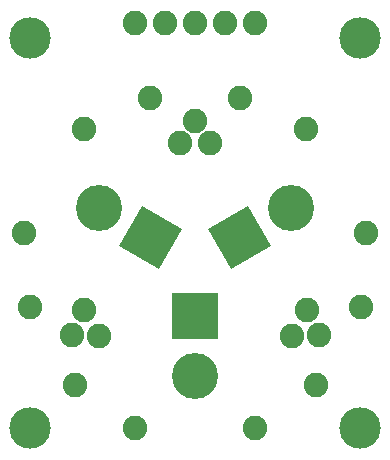
<source format=gbr>
G04 EAGLE Gerber RS-274X export*
G75*
%MOMM*%
%FSLAX34Y34*%
%LPD*%
%INSoldermask Bottom*%
%IPPOS*%
%AMOC8*
5,1,8,0,0,1.08239X$1,22.5*%
G01*
%ADD10C,3.903200*%
%ADD11R,3.903200X3.903200*%
%ADD12R,3.903200X3.903200*%
%ADD13C,2.082800*%
%ADD14C,3.505200*%


D10*
X0Y-95250D03*
D11*
X0Y-44450D03*
D10*
X-81687Y46990D03*
D12*
G36*
X-44836Y48249D02*
X-11034Y28733D01*
X-30550Y-5069D01*
X-64352Y14447D01*
X-44836Y48249D01*
G37*
D10*
X81687Y46990D03*
D12*
G36*
X64352Y14447D02*
X30550Y-5069D01*
X11034Y28733D01*
X44836Y48249D01*
X64352Y14447D01*
G37*
D13*
X50800Y-139700D03*
X-50800Y-139700D03*
X-144780Y25856D03*
X-93980Y113844D03*
X93980Y113844D03*
X144780Y25856D03*
D14*
X139700Y-139700D03*
X-139700Y-139700D03*
D13*
X-93980Y-39801D03*
X-104128Y-60325D03*
X-81280Y-61799D03*
X12700Y101600D03*
X0Y120650D03*
X-12700Y101600D03*
X82550Y-61799D03*
X105398Y-60325D03*
X95250Y-39801D03*
X-101600Y-102846D03*
X-139700Y-36854D03*
X-38100Y139700D03*
X38100Y139700D03*
X140970Y-36854D03*
X102870Y-102846D03*
X-50800Y203200D03*
X-25400Y203200D03*
X0Y203200D03*
X25400Y203200D03*
X50800Y203200D03*
D14*
X-139700Y190500D03*
X139700Y190500D03*
M02*

</source>
